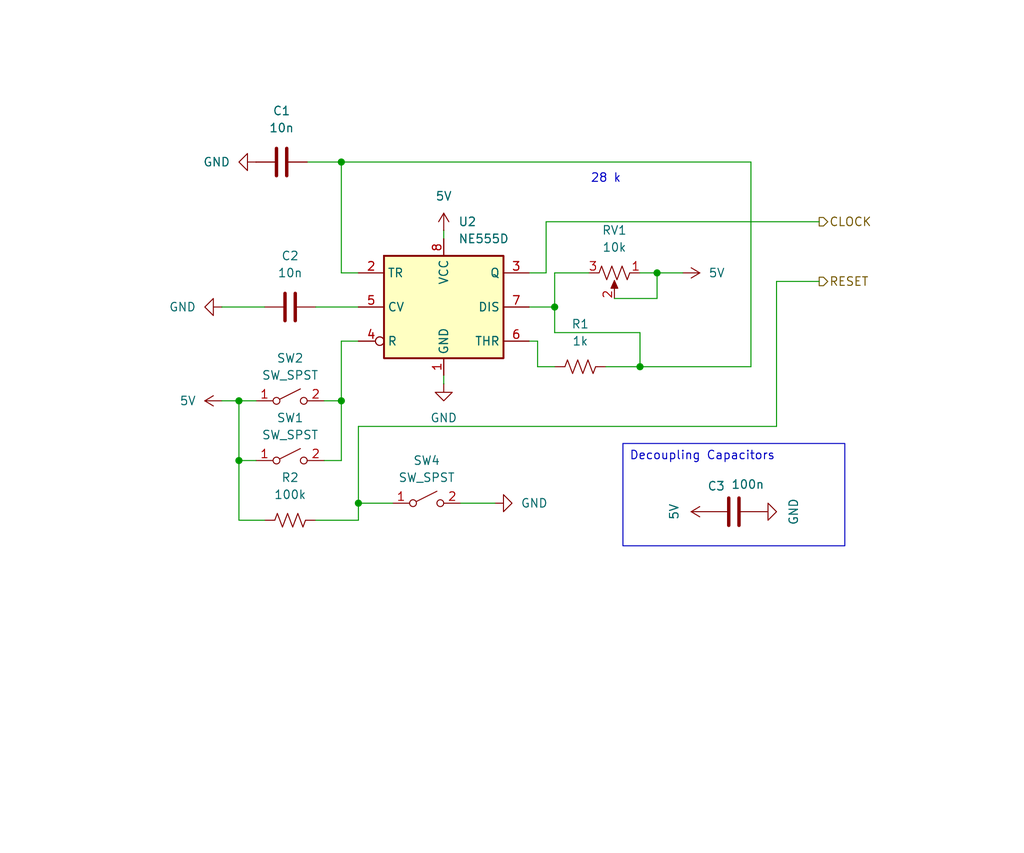
<source format=kicad_sch>
(kicad_sch
	(version 20250114)
	(generator "eeschema")
	(generator_version "9.0")
	(uuid "42c858f6-0caa-4057-9166-06d1f777cc3c")
	(paper "User" 152.4 127)
	(lib_symbols
		(symbol "Device:C"
			(pin_numbers
				(hide yes)
			)
			(pin_names
				(offset 0.254)
			)
			(exclude_from_sim no)
			(in_bom yes)
			(on_board yes)
			(property "Reference" "C"
				(at 0.635 2.54 0)
				(effects
					(font
						(size 1.27 1.27)
					)
					(justify left)
				)
			)
			(property "Value" "C"
				(at 0.635 -2.54 0)
				(effects
					(font
						(size 1.27 1.27)
					)
					(justify left)
				)
			)
			(property "Footprint" ""
				(at 0.9652 -3.81 0)
				(effects
					(font
						(size 1.27 1.27)
					)
					(hide yes)
				)
			)
			(property "Datasheet" "~"
				(at 0 0 0)
				(effects
					(font
						(size 1.27 1.27)
					)
					(hide yes)
				)
			)
			(property "Description" "Unpolarized capacitor"
				(at 0 0 0)
				(effects
					(font
						(size 1.27 1.27)
					)
					(hide yes)
				)
			)
			(property "ki_keywords" "cap capacitor"
				(at 0 0 0)
				(effects
					(font
						(size 1.27 1.27)
					)
					(hide yes)
				)
			)
			(property "ki_fp_filters" "C_*"
				(at 0 0 0)
				(effects
					(font
						(size 1.27 1.27)
					)
					(hide yes)
				)
			)
			(symbol "C_0_1"
				(polyline
					(pts
						(xy -2.032 0.762) (xy 2.032 0.762)
					)
					(stroke
						(width 0.508)
						(type default)
					)
					(fill
						(type none)
					)
				)
				(polyline
					(pts
						(xy -2.032 -0.762) (xy 2.032 -0.762)
					)
					(stroke
						(width 0.508)
						(type default)
					)
					(fill
						(type none)
					)
				)
			)
			(symbol "C_1_1"
				(pin passive line
					(at 0 3.81 270)
					(length 2.794)
					(name "~"
						(effects
							(font
								(size 1.27 1.27)
							)
						)
					)
					(number "1"
						(effects
							(font
								(size 1.27 1.27)
							)
						)
					)
				)
				(pin passive line
					(at 0 -3.81 90)
					(length 2.794)
					(name "~"
						(effects
							(font
								(size 1.27 1.27)
							)
						)
					)
					(number "2"
						(effects
							(font
								(size 1.27 1.27)
							)
						)
					)
				)
			)
			(embedded_fonts no)
		)
		(symbol "Device:R_Potentiometer_US"
			(pin_names
				(offset 1.016)
				(hide yes)
			)
			(exclude_from_sim no)
			(in_bom yes)
			(on_board yes)
			(property "Reference" "RV"
				(at -4.445 0 90)
				(effects
					(font
						(size 1.27 1.27)
					)
				)
			)
			(property "Value" "R_Potentiometer_US"
				(at -2.54 0 90)
				(effects
					(font
						(size 1.27 1.27)
					)
				)
			)
			(property "Footprint" ""
				(at 0 0 0)
				(effects
					(font
						(size 1.27 1.27)
					)
					(hide yes)
				)
			)
			(property "Datasheet" "~"
				(at 0 0 0)
				(effects
					(font
						(size 1.27 1.27)
					)
					(hide yes)
				)
			)
			(property "Description" "Potentiometer, US symbol"
				(at 0 0 0)
				(effects
					(font
						(size 1.27 1.27)
					)
					(hide yes)
				)
			)
			(property "ki_keywords" "resistor variable"
				(at 0 0 0)
				(effects
					(font
						(size 1.27 1.27)
					)
					(hide yes)
				)
			)
			(property "ki_fp_filters" "Potentiometer*"
				(at 0 0 0)
				(effects
					(font
						(size 1.27 1.27)
					)
					(hide yes)
				)
			)
			(symbol "R_Potentiometer_US_0_1"
				(polyline
					(pts
						(xy 0 2.54) (xy 0 2.286)
					)
					(stroke
						(width 0)
						(type default)
					)
					(fill
						(type none)
					)
				)
				(polyline
					(pts
						(xy 0 2.286) (xy 1.016 1.905) (xy 0 1.524) (xy -1.016 1.143) (xy 0 0.762)
					)
					(stroke
						(width 0)
						(type default)
					)
					(fill
						(type none)
					)
				)
				(polyline
					(pts
						(xy 0 0.762) (xy 1.016 0.381) (xy 0 0) (xy -1.016 -0.381) (xy 0 -0.762)
					)
					(stroke
						(width 0)
						(type default)
					)
					(fill
						(type none)
					)
				)
				(polyline
					(pts
						(xy 0 -0.762) (xy 1.016 -1.143) (xy 0 -1.524) (xy -1.016 -1.905) (xy 0 -2.286)
					)
					(stroke
						(width 0)
						(type default)
					)
					(fill
						(type none)
					)
				)
				(polyline
					(pts
						(xy 0 -2.286) (xy 0 -2.54)
					)
					(stroke
						(width 0)
						(type default)
					)
					(fill
						(type none)
					)
				)
				(polyline
					(pts
						(xy 1.143 0) (xy 2.286 0.508) (xy 2.286 -0.508) (xy 1.143 0)
					)
					(stroke
						(width 0)
						(type default)
					)
					(fill
						(type outline)
					)
				)
				(polyline
					(pts
						(xy 2.54 0) (xy 1.524 0)
					)
					(stroke
						(width 0)
						(type default)
					)
					(fill
						(type none)
					)
				)
			)
			(symbol "R_Potentiometer_US_1_1"
				(pin passive line
					(at 0 3.81 270)
					(length 1.27)
					(name "1"
						(effects
							(font
								(size 1.27 1.27)
							)
						)
					)
					(number "1"
						(effects
							(font
								(size 1.27 1.27)
							)
						)
					)
				)
				(pin passive line
					(at 0 -3.81 90)
					(length 1.27)
					(name "3"
						(effects
							(font
								(size 1.27 1.27)
							)
						)
					)
					(number "3"
						(effects
							(font
								(size 1.27 1.27)
							)
						)
					)
				)
				(pin passive line
					(at 3.81 0 180)
					(length 1.27)
					(name "2"
						(effects
							(font
								(size 1.27 1.27)
							)
						)
					)
					(number "2"
						(effects
							(font
								(size 1.27 1.27)
							)
						)
					)
				)
			)
			(embedded_fonts no)
		)
		(symbol "Device:R_US"
			(pin_numbers
				(hide yes)
			)
			(pin_names
				(offset 0)
			)
			(exclude_from_sim no)
			(in_bom yes)
			(on_board yes)
			(property "Reference" "R"
				(at 2.54 0 90)
				(effects
					(font
						(size 1.27 1.27)
					)
				)
			)
			(property "Value" "R_US"
				(at -2.54 0 90)
				(effects
					(font
						(size 1.27 1.27)
					)
				)
			)
			(property "Footprint" ""
				(at 1.016 -0.254 90)
				(effects
					(font
						(size 1.27 1.27)
					)
					(hide yes)
				)
			)
			(property "Datasheet" "~"
				(at 0 0 0)
				(effects
					(font
						(size 1.27 1.27)
					)
					(hide yes)
				)
			)
			(property "Description" "Resistor, US symbol"
				(at 0 0 0)
				(effects
					(font
						(size 1.27 1.27)
					)
					(hide yes)
				)
			)
			(property "ki_keywords" "R res resistor"
				(at 0 0 0)
				(effects
					(font
						(size 1.27 1.27)
					)
					(hide yes)
				)
			)
			(property "ki_fp_filters" "R_*"
				(at 0 0 0)
				(effects
					(font
						(size 1.27 1.27)
					)
					(hide yes)
				)
			)
			(symbol "R_US_0_1"
				(polyline
					(pts
						(xy 0 2.286) (xy 0 2.54)
					)
					(stroke
						(width 0)
						(type default)
					)
					(fill
						(type none)
					)
				)
				(polyline
					(pts
						(xy 0 2.286) (xy 1.016 1.905) (xy 0 1.524) (xy -1.016 1.143) (xy 0 0.762)
					)
					(stroke
						(width 0)
						(type default)
					)
					(fill
						(type none)
					)
				)
				(polyline
					(pts
						(xy 0 0.762) (xy 1.016 0.381) (xy 0 0) (xy -1.016 -0.381) (xy 0 -0.762)
					)
					(stroke
						(width 0)
						(type default)
					)
					(fill
						(type none)
					)
				)
				(polyline
					(pts
						(xy 0 -0.762) (xy 1.016 -1.143) (xy 0 -1.524) (xy -1.016 -1.905) (xy 0 -2.286)
					)
					(stroke
						(width 0)
						(type default)
					)
					(fill
						(type none)
					)
				)
				(polyline
					(pts
						(xy 0 -2.286) (xy 0 -2.54)
					)
					(stroke
						(width 0)
						(type default)
					)
					(fill
						(type none)
					)
				)
			)
			(symbol "R_US_1_1"
				(pin passive line
					(at 0 3.81 270)
					(length 1.27)
					(name "~"
						(effects
							(font
								(size 1.27 1.27)
							)
						)
					)
					(number "1"
						(effects
							(font
								(size 1.27 1.27)
							)
						)
					)
				)
				(pin passive line
					(at 0 -3.81 90)
					(length 1.27)
					(name "~"
						(effects
							(font
								(size 1.27 1.27)
							)
						)
					)
					(number "2"
						(effects
							(font
								(size 1.27 1.27)
							)
						)
					)
				)
			)
			(embedded_fonts no)
		)
		(symbol "Switch:SW_SPST"
			(pin_names
				(offset 0)
				(hide yes)
			)
			(exclude_from_sim no)
			(in_bom yes)
			(on_board yes)
			(property "Reference" "SW"
				(at 0 3.175 0)
				(effects
					(font
						(size 1.27 1.27)
					)
				)
			)
			(property "Value" "SW_SPST"
				(at 0 -2.54 0)
				(effects
					(font
						(size 1.27 1.27)
					)
				)
			)
			(property "Footprint" ""
				(at 0 0 0)
				(effects
					(font
						(size 1.27 1.27)
					)
					(hide yes)
				)
			)
			(property "Datasheet" "~"
				(at 0 0 0)
				(effects
					(font
						(size 1.27 1.27)
					)
					(hide yes)
				)
			)
			(property "Description" "Single Pole Single Throw (SPST) switch"
				(at 0 0 0)
				(effects
					(font
						(size 1.27 1.27)
					)
					(hide yes)
				)
			)
			(property "ki_keywords" "switch lever"
				(at 0 0 0)
				(effects
					(font
						(size 1.27 1.27)
					)
					(hide yes)
				)
			)
			(symbol "SW_SPST_0_0"
				(circle
					(center -2.032 0)
					(radius 0.508)
					(stroke
						(width 0)
						(type default)
					)
					(fill
						(type none)
					)
				)
				(polyline
					(pts
						(xy -1.524 0.254) (xy 1.524 1.778)
					)
					(stroke
						(width 0)
						(type default)
					)
					(fill
						(type none)
					)
				)
				(circle
					(center 2.032 0)
					(radius 0.508)
					(stroke
						(width 0)
						(type default)
					)
					(fill
						(type none)
					)
				)
			)
			(symbol "SW_SPST_1_1"
				(pin passive line
					(at -5.08 0 0)
					(length 2.54)
					(name "A"
						(effects
							(font
								(size 1.27 1.27)
							)
						)
					)
					(number "1"
						(effects
							(font
								(size 1.27 1.27)
							)
						)
					)
				)
				(pin passive line
					(at 5.08 0 180)
					(length 2.54)
					(name "B"
						(effects
							(font
								(size 1.27 1.27)
							)
						)
					)
					(number "2"
						(effects
							(font
								(size 1.27 1.27)
							)
						)
					)
				)
			)
			(embedded_fonts no)
		)
		(symbol "Timer:NE555D"
			(exclude_from_sim no)
			(in_bom yes)
			(on_board yes)
			(property "Reference" "U"
				(at -10.16 8.89 0)
				(effects
					(font
						(size 1.27 1.27)
					)
					(justify left)
				)
			)
			(property "Value" "NE555D"
				(at 2.54 8.89 0)
				(effects
					(font
						(size 1.27 1.27)
					)
					(justify left)
				)
			)
			(property "Footprint" "Package_SO:SOIC-8_3.9x4.9mm_P1.27mm"
				(at 21.59 -10.16 0)
				(effects
					(font
						(size 1.27 1.27)
					)
					(hide yes)
				)
			)
			(property "Datasheet" "http://www.ti.com/lit/ds/symlink/ne555.pdf"
				(at 21.59 -10.16 0)
				(effects
					(font
						(size 1.27 1.27)
					)
					(hide yes)
				)
			)
			(property "Description" "Precision Timers, 555 compatible, SOIC-8"
				(at 0 0 0)
				(effects
					(font
						(size 1.27 1.27)
					)
					(hide yes)
				)
			)
			(property "ki_keywords" "single timer 555"
				(at 0 0 0)
				(effects
					(font
						(size 1.27 1.27)
					)
					(hide yes)
				)
			)
			(property "ki_fp_filters" "SOIC*3.9x4.9mm*P1.27mm*"
				(at 0 0 0)
				(effects
					(font
						(size 1.27 1.27)
					)
					(hide yes)
				)
			)
			(symbol "NE555D_0_0"
				(pin power_in line
					(at 0 10.16 270)
					(length 2.54)
					(name "VCC"
						(effects
							(font
								(size 1.27 1.27)
							)
						)
					)
					(number "8"
						(effects
							(font
								(size 1.27 1.27)
							)
						)
					)
				)
				(pin power_in line
					(at 0 -10.16 90)
					(length 2.54)
					(name "GND"
						(effects
							(font
								(size 1.27 1.27)
							)
						)
					)
					(number "1"
						(effects
							(font
								(size 1.27 1.27)
							)
						)
					)
				)
			)
			(symbol "NE555D_0_1"
				(rectangle
					(start -8.89 -7.62)
					(end 8.89 7.62)
					(stroke
						(width 0.254)
						(type default)
					)
					(fill
						(type background)
					)
				)
				(rectangle
					(start -8.89 -7.62)
					(end 8.89 7.62)
					(stroke
						(width 0.254)
						(type default)
					)
					(fill
						(type background)
					)
				)
			)
			(symbol "NE555D_1_1"
				(pin input line
					(at -12.7 5.08 0)
					(length 3.81)
					(name "TR"
						(effects
							(font
								(size 1.27 1.27)
							)
						)
					)
					(number "2"
						(effects
							(font
								(size 1.27 1.27)
							)
						)
					)
				)
				(pin input line
					(at -12.7 0 0)
					(length 3.81)
					(name "CV"
						(effects
							(font
								(size 1.27 1.27)
							)
						)
					)
					(number "5"
						(effects
							(font
								(size 1.27 1.27)
							)
						)
					)
				)
				(pin input inverted
					(at -12.7 -5.08 0)
					(length 3.81)
					(name "R"
						(effects
							(font
								(size 1.27 1.27)
							)
						)
					)
					(number "4"
						(effects
							(font
								(size 1.27 1.27)
							)
						)
					)
				)
				(pin output line
					(at 12.7 5.08 180)
					(length 3.81)
					(name "Q"
						(effects
							(font
								(size 1.27 1.27)
							)
						)
					)
					(number "3"
						(effects
							(font
								(size 1.27 1.27)
							)
						)
					)
				)
				(pin input line
					(at 12.7 0 180)
					(length 3.81)
					(name "DIS"
						(effects
							(font
								(size 1.27 1.27)
							)
						)
					)
					(number "7"
						(effects
							(font
								(size 1.27 1.27)
							)
						)
					)
				)
				(pin input line
					(at 12.7 -5.08 180)
					(length 3.81)
					(name "THR"
						(effects
							(font
								(size 1.27 1.27)
							)
						)
					)
					(number "6"
						(effects
							(font
								(size 1.27 1.27)
							)
						)
					)
				)
			)
			(embedded_fonts no)
		)
		(symbol "power:GND"
			(power)
			(pin_numbers
				(hide yes)
			)
			(pin_names
				(offset 0)
				(hide yes)
			)
			(exclude_from_sim no)
			(in_bom yes)
			(on_board yes)
			(property "Reference" "#PWR"
				(at 0 -6.35 0)
				(effects
					(font
						(size 1.27 1.27)
					)
					(hide yes)
				)
			)
			(property "Value" "GND"
				(at 0 -3.81 0)
				(effects
					(font
						(size 1.27 1.27)
					)
				)
			)
			(property "Footprint" ""
				(at 0 0 0)
				(effects
					(font
						(size 1.27 1.27)
					)
					(hide yes)
				)
			)
			(property "Datasheet" ""
				(at 0 0 0)
				(effects
					(font
						(size 1.27 1.27)
					)
					(hide yes)
				)
			)
			(property "Description" "Power symbol creates a global label with name \"GND\" , ground"
				(at 0 0 0)
				(effects
					(font
						(size 1.27 1.27)
					)
					(hide yes)
				)
			)
			(property "ki_keywords" "global power"
				(at 0 0 0)
				(effects
					(font
						(size 1.27 1.27)
					)
					(hide yes)
				)
			)
			(symbol "GND_0_1"
				(polyline
					(pts
						(xy 0 0) (xy 0 -1.27) (xy 1.27 -1.27) (xy 0 -2.54) (xy -1.27 -1.27) (xy 0 -1.27)
					)
					(stroke
						(width 0)
						(type default)
					)
					(fill
						(type none)
					)
				)
			)
			(symbol "GND_1_1"
				(pin power_in line
					(at 0 0 270)
					(length 0)
					(name "~"
						(effects
							(font
								(size 1.27 1.27)
							)
						)
					)
					(number "1"
						(effects
							(font
								(size 1.27 1.27)
							)
						)
					)
				)
			)
			(embedded_fonts no)
		)
		(symbol "power:VCC"
			(power)
			(pin_numbers
				(hide yes)
			)
			(pin_names
				(offset 0)
				(hide yes)
			)
			(exclude_from_sim no)
			(in_bom yes)
			(on_board yes)
			(property "Reference" "#PWR"
				(at 0 -3.81 0)
				(effects
					(font
						(size 1.27 1.27)
					)
					(hide yes)
				)
			)
			(property "Value" "VCC"
				(at 0 3.556 0)
				(effects
					(font
						(size 1.27 1.27)
					)
				)
			)
			(property "Footprint" ""
				(at 0 0 0)
				(effects
					(font
						(size 1.27 1.27)
					)
					(hide yes)
				)
			)
			(property "Datasheet" ""
				(at 0 0 0)
				(effects
					(font
						(size 1.27 1.27)
					)
					(hide yes)
				)
			)
			(property "Description" "Power symbol creates a global label with name \"VCC\""
				(at 0 0 0)
				(effects
					(font
						(size 1.27 1.27)
					)
					(hide yes)
				)
			)
			(property "ki_keywords" "global power"
				(at 0 0 0)
				(effects
					(font
						(size 1.27 1.27)
					)
					(hide yes)
				)
			)
			(symbol "VCC_0_1"
				(polyline
					(pts
						(xy -0.762 1.27) (xy 0 2.54)
					)
					(stroke
						(width 0)
						(type default)
					)
					(fill
						(type none)
					)
				)
				(polyline
					(pts
						(xy 0 2.54) (xy 0.762 1.27)
					)
					(stroke
						(width 0)
						(type default)
					)
					(fill
						(type none)
					)
				)
				(polyline
					(pts
						(xy 0 0) (xy 0 2.54)
					)
					(stroke
						(width 0)
						(type default)
					)
					(fill
						(type none)
					)
				)
			)
			(symbol "VCC_1_1"
				(pin power_in line
					(at 0 0 90)
					(length 0)
					(name "~"
						(effects
							(font
								(size 1.27 1.27)
							)
						)
					)
					(number "1"
						(effects
							(font
								(size 1.27 1.27)
							)
						)
					)
				)
			)
			(embedded_fonts no)
		)
	)
	(text "28 k"
		(exclude_from_sim no)
		(at 90.17 26.67 0)
		(effects
			(font
				(size 1.27 1.27)
			)
		)
		(uuid "e08f9ae3-c34d-4c56-a99c-3496d324285b")
	)
	(text_box "Decoupling Capacitors\n"
		(exclude_from_sim no)
		(at 92.71 66.04 0)
		(size 33.02 15.24)
		(margins 0.9525 0.9525 0.9525 0.9525)
		(stroke
			(width 0)
			(type solid)
		)
		(fill
			(type none)
		)
		(effects
			(font
				(size 1.27 1.27)
			)
			(justify left top)
		)
		(uuid "8010c25d-fd99-44c3-9ec5-831cf139e489")
	)
	(junction
		(at 97.79 40.64)
		(diameter 0)
		(color 0 0 0 0)
		(uuid "397f62f5-7a7a-4ea2-a45f-4cb0a49be708")
	)
	(junction
		(at 50.8 24.13)
		(diameter 0)
		(color 0 0 0 0)
		(uuid "6a3ea276-dbe8-421c-a020-ab65f228dbbb")
	)
	(junction
		(at 53.34 74.93)
		(diameter 0)
		(color 0 0 0 0)
		(uuid "7649099f-c80c-4f6f-b40e-26b1994d8ff2")
	)
	(junction
		(at 50.8 59.69)
		(diameter 0)
		(color 0 0 0 0)
		(uuid "8566fa33-1c14-48a8-85b0-dfb3cdcd6dfd")
	)
	(junction
		(at 35.56 59.69)
		(diameter 0)
		(color 0 0 0 0)
		(uuid "d82d1186-e1be-4c25-8d24-24fd0eff09db")
	)
	(junction
		(at 95.25 54.61)
		(diameter 0)
		(color 0 0 0 0)
		(uuid "efac9f6a-c9e5-42f5-b820-bc3d6d6d2afb")
	)
	(junction
		(at 35.56 68.58)
		(diameter 0)
		(color 0 0 0 0)
		(uuid "f0534fc6-a870-48a8-88f8-4e21db488cff")
	)
	(junction
		(at 82.55 45.72)
		(diameter 0)
		(color 0 0 0 0)
		(uuid "ffec89cd-452c-42e4-a62e-6cab507e7395")
	)
	(wire
		(pts
			(xy 66.04 55.88) (xy 66.04 57.15)
		)
		(stroke
			(width 0)
			(type default)
		)
		(uuid "07072b42-ac72-4361-9e43-ffa831f7a5a8")
	)
	(wire
		(pts
			(xy 33.02 59.69) (xy 35.56 59.69)
		)
		(stroke
			(width 0)
			(type default)
		)
		(uuid "07929c10-ff30-4b4c-a918-d3d57758d562")
	)
	(wire
		(pts
			(xy 35.56 77.47) (xy 39.37 77.47)
		)
		(stroke
			(width 0)
			(type default)
		)
		(uuid "1268571e-5ae8-47f8-a184-702aeb2081e8")
	)
	(wire
		(pts
			(xy 81.28 33.02) (xy 81.28 40.64)
		)
		(stroke
			(width 0)
			(type default)
		)
		(uuid "1a35dfd7-918f-4c80-8106-6873b46247e0")
	)
	(wire
		(pts
			(xy 95.25 54.61) (xy 111.76 54.61)
		)
		(stroke
			(width 0)
			(type default)
		)
		(uuid "1bee3f56-e478-44e2-a145-4223af3b407b")
	)
	(wire
		(pts
			(xy 90.17 54.61) (xy 95.25 54.61)
		)
		(stroke
			(width 0)
			(type default)
		)
		(uuid "23acf1f8-8628-4a19-8ac4-39ea44f2f70b")
	)
	(wire
		(pts
			(xy 35.56 59.69) (xy 38.1 59.69)
		)
		(stroke
			(width 0)
			(type default)
		)
		(uuid "24c5b7c8-c60d-4713-bfd7-66bae6df4509")
	)
	(wire
		(pts
			(xy 80.01 54.61) (xy 82.55 54.61)
		)
		(stroke
			(width 0)
			(type default)
		)
		(uuid "34f16cb1-42d8-484c-91fc-707846baea8a")
	)
	(wire
		(pts
			(xy 46.99 45.72) (xy 53.34 45.72)
		)
		(stroke
			(width 0)
			(type default)
		)
		(uuid "350b4466-e261-4aa7-b876-7327c029ea61")
	)
	(wire
		(pts
			(xy 95.25 49.53) (xy 82.55 49.53)
		)
		(stroke
			(width 0)
			(type default)
		)
		(uuid "39f9a720-8879-4385-a406-87ec6b378989")
	)
	(wire
		(pts
			(xy 53.34 63.5) (xy 115.57 63.5)
		)
		(stroke
			(width 0)
			(type default)
		)
		(uuid "3a49c99d-02f3-4e76-b510-80db7b90e0bf")
	)
	(wire
		(pts
			(xy 50.8 50.8) (xy 50.8 59.69)
		)
		(stroke
			(width 0)
			(type default)
		)
		(uuid "3db2939b-b703-4e4e-8f38-44eb24140c2f")
	)
	(wire
		(pts
			(xy 95.25 54.61) (xy 95.25 49.53)
		)
		(stroke
			(width 0)
			(type default)
		)
		(uuid "42cc1632-295f-4bab-acc0-6548f6e01cdd")
	)
	(wire
		(pts
			(xy 82.55 45.72) (xy 78.74 45.72)
		)
		(stroke
			(width 0)
			(type default)
		)
		(uuid "4dceabce-66d0-4164-a8e0-23711d4ac025")
	)
	(wire
		(pts
			(xy 82.55 40.64) (xy 82.55 45.72)
		)
		(stroke
			(width 0)
			(type default)
		)
		(uuid "518a5231-2d48-4fcb-b054-666349f1b385")
	)
	(wire
		(pts
			(xy 111.76 54.61) (xy 111.76 24.13)
		)
		(stroke
			(width 0)
			(type default)
		)
		(uuid "55732058-0b2f-487a-a895-67cf0b99dc66")
	)
	(wire
		(pts
			(xy 35.56 68.58) (xy 35.56 77.47)
		)
		(stroke
			(width 0)
			(type default)
		)
		(uuid "64ff9d90-01bb-4eb3-84fc-f0bb92f2c1e9")
	)
	(wire
		(pts
			(xy 35.56 68.58) (xy 38.1 68.58)
		)
		(stroke
			(width 0)
			(type default)
		)
		(uuid "6aa5ae57-d22a-4338-8efa-660370991f2c")
	)
	(wire
		(pts
			(xy 33.02 45.72) (xy 39.37 45.72)
		)
		(stroke
			(width 0)
			(type default)
		)
		(uuid "7f08255c-d2b8-4f8a-b0ff-3d64c592d2b2")
	)
	(wire
		(pts
			(xy 78.74 40.64) (xy 81.28 40.64)
		)
		(stroke
			(width 0)
			(type default)
		)
		(uuid "85878f43-048c-4b52-8369-b78381a08356")
	)
	(wire
		(pts
			(xy 66.04 34.29) (xy 66.04 35.56)
		)
		(stroke
			(width 0)
			(type default)
		)
		(uuid "86685987-e855-466a-b6d9-6615e906a417")
	)
	(wire
		(pts
			(xy 97.79 40.64) (xy 101.6 40.64)
		)
		(stroke
			(width 0)
			(type default)
		)
		(uuid "8763a446-e59a-4f77-ac25-6fc8ff308601")
	)
	(wire
		(pts
			(xy 82.55 49.53) (xy 82.55 45.72)
		)
		(stroke
			(width 0)
			(type default)
		)
		(uuid "8d037894-61cd-4cc1-a492-5d2a55b4b01a")
	)
	(wire
		(pts
			(xy 95.25 40.64) (xy 97.79 40.64)
		)
		(stroke
			(width 0)
			(type default)
		)
		(uuid "8dbc612b-3bf0-40a8-aa34-4b086ff6a991")
	)
	(wire
		(pts
			(xy 50.8 24.13) (xy 111.76 24.13)
		)
		(stroke
			(width 0)
			(type default)
		)
		(uuid "903bf44d-3dca-485c-b90f-2ead8e8cdbbe")
	)
	(wire
		(pts
			(xy 91.44 44.45) (xy 97.79 44.45)
		)
		(stroke
			(width 0)
			(type default)
		)
		(uuid "90eabb7d-7662-4dcb-8a8c-75c607134a3d")
	)
	(wire
		(pts
			(xy 46.99 77.47) (xy 53.34 77.47)
		)
		(stroke
			(width 0)
			(type default)
		)
		(uuid "91d279e8-8345-4b42-bdaa-850b99fad073")
	)
	(wire
		(pts
			(xy 53.34 74.93) (xy 58.42 74.93)
		)
		(stroke
			(width 0)
			(type default)
		)
		(uuid "9edf2337-07b8-4c15-ac05-aff6aea9fcff")
	)
	(wire
		(pts
			(xy 53.34 63.5) (xy 53.34 74.93)
		)
		(stroke
			(width 0)
			(type default)
		)
		(uuid "a1a5464c-eec8-44cd-a6f2-89740b02dcdb")
	)
	(wire
		(pts
			(xy 50.8 68.58) (xy 50.8 59.69)
		)
		(stroke
			(width 0)
			(type default)
		)
		(uuid "a52b2a95-0db9-4827-96e9-278938563d1e")
	)
	(wire
		(pts
			(xy 68.58 74.93) (xy 73.66 74.93)
		)
		(stroke
			(width 0)
			(type default)
		)
		(uuid "b658723c-65e4-48e7-8d67-169c9e746be9")
	)
	(wire
		(pts
			(xy 80.01 50.8) (xy 80.01 54.61)
		)
		(stroke
			(width 0)
			(type default)
		)
		(uuid "b6ebdae8-37bc-4457-9757-9eb62aef8d97")
	)
	(wire
		(pts
			(xy 50.8 40.64) (xy 53.34 40.64)
		)
		(stroke
			(width 0)
			(type default)
		)
		(uuid "cec541ab-a1e3-4dcf-9e87-0670209163f5")
	)
	(wire
		(pts
			(xy 81.28 33.02) (xy 121.92 33.02)
		)
		(stroke
			(width 0)
			(type default)
		)
		(uuid "cef22b5f-c905-4194-89d5-f7d971a2e238")
	)
	(wire
		(pts
			(xy 50.8 40.64) (xy 50.8 24.13)
		)
		(stroke
			(width 0)
			(type default)
		)
		(uuid "cffd3e50-4e2f-41d5-9299-7aa6a42fa076")
	)
	(wire
		(pts
			(xy 78.74 50.8) (xy 80.01 50.8)
		)
		(stroke
			(width 0)
			(type default)
		)
		(uuid "d24fcdaf-af7d-49d5-b18a-0946d628ec61")
	)
	(wire
		(pts
			(xy 115.57 63.5) (xy 115.57 41.91)
		)
		(stroke
			(width 0)
			(type default)
		)
		(uuid "d3ec3b47-1012-4e58-961e-497b212d0d9d")
	)
	(wire
		(pts
			(xy 115.57 41.91) (xy 121.92 41.91)
		)
		(stroke
			(width 0)
			(type default)
		)
		(uuid "d48dd687-1fdb-45e8-9fae-75767b289b07")
	)
	(wire
		(pts
			(xy 97.79 40.64) (xy 97.79 44.45)
		)
		(stroke
			(width 0)
			(type default)
		)
		(uuid "d58422ae-428f-4214-9611-0594565abdb7")
	)
	(wire
		(pts
			(xy 45.72 24.13) (xy 50.8 24.13)
		)
		(stroke
			(width 0)
			(type default)
		)
		(uuid "d7a3bd1c-42aa-4cfc-8398-5ab4175055ce")
	)
	(wire
		(pts
			(xy 48.26 68.58) (xy 50.8 68.58)
		)
		(stroke
			(width 0)
			(type default)
		)
		(uuid "e2e6458d-2d94-49d5-8f5d-bb0ca0a5de59")
	)
	(wire
		(pts
			(xy 48.26 59.69) (xy 50.8 59.69)
		)
		(stroke
			(width 0)
			(type default)
		)
		(uuid "e9f6cf90-41fe-472d-8aca-b81f2213c610")
	)
	(wire
		(pts
			(xy 53.34 74.93) (xy 53.34 77.47)
		)
		(stroke
			(width 0)
			(type default)
		)
		(uuid "eab4b20d-000a-4dbd-b5e1-46504f8004a1")
	)
	(wire
		(pts
			(xy 82.55 40.64) (xy 87.63 40.64)
		)
		(stroke
			(width 0)
			(type default)
		)
		(uuid "ef68eeca-7061-4f2f-b679-a87dceefcaf1")
	)
	(wire
		(pts
			(xy 35.56 59.69) (xy 35.56 68.58)
		)
		(stroke
			(width 0)
			(type default)
		)
		(uuid "fae56abf-ef00-45a9-aa01-43eef1d3a55b")
	)
	(wire
		(pts
			(xy 53.34 50.8) (xy 50.8 50.8)
		)
		(stroke
			(width 0)
			(type default)
		)
		(uuid "ffcf562c-4823-455a-a149-6c920b4469c0")
	)
	(hierarchical_label "CLOCK"
		(shape output)
		(at 121.92 33.02 0)
		(effects
			(font
				(size 1.27 1.27)
			)
			(justify left)
		)
		(uuid "776ca058-6d84-4754-9159-90a0e96e81da")
	)
	(hierarchical_label "RESET"
		(shape output)
		(at 121.92 41.91 0)
		(effects
			(font
				(size 1.27 1.27)
			)
			(justify left)
		)
		(uuid "c1d01773-647e-41fa-8d02-ed342538c477")
	)
	(symbol
		(lib_id "Device:C")
		(at 43.18 45.72 90)
		(unit 1)
		(exclude_from_sim no)
		(in_bom yes)
		(on_board yes)
		(dnp no)
		(fields_autoplaced yes)
		(uuid "17d4e292-cce8-4521-9666-e3397be0d226")
		(property "Reference" "C2"
			(at 43.18 38.1 90)
			(effects
				(font
					(size 1.27 1.27)
				)
			)
		)
		(property "Value" "10n"
			(at 43.18 40.64 90)
			(effects
				(font
					(size 1.27 1.27)
				)
			)
		)
		(property "Footprint" "Capacitor_SMD:C_0603_1608Metric"
			(at 46.99 44.7548 0)
			(effects
				(font
					(size 1.27 1.27)
				)
				(hide yes)
			)
		)
		(property "Datasheet" "~"
			(at 43.18 45.72 0)
			(effects
				(font
					(size 1.27 1.27)
				)
				(hide yes)
			)
		)
		(property "Description" "Unpolarized capacitor"
			(at 43.18 45.72 0)
			(effects
				(font
					(size 1.27 1.27)
				)
				(hide yes)
			)
		)
		(pin "2"
			(uuid "1c6aeed9-b301-4341-afbf-21ec683630a3")
		)
		(pin "1"
			(uuid "67461bcd-f140-40ea-8c1a-2a065577837f")
		)
		(instances
			(project "board"
				(path "/b7e46b49-ef9f-4f28-8032-5d189d1635e8/54125375-855e-441b-804b-5df8c1e95e85"
					(reference "C2")
					(unit 1)
				)
			)
		)
	)
	(symbol
		(lib_id "Switch:SW_SPST")
		(at 63.5 74.93 0)
		(unit 1)
		(exclude_from_sim no)
		(in_bom yes)
		(on_board yes)
		(dnp no)
		(fields_autoplaced yes)
		(uuid "27a94ac9-87df-41e4-8cd3-3461a9a7df3d")
		(property "Reference" "SW4"
			(at 63.5 68.58 0)
			(effects
				(font
					(size 1.27 1.27)
				)
			)
		)
		(property "Value" "SW_SPST"
			(at 63.5 71.12 0)
			(effects
				(font
					(size 1.27 1.27)
				)
			)
		)
		(property "Footprint" "Button_Switch_THT:SW_PUSH_6mm_H4.3mm"
			(at 63.5 74.93 0)
			(effects
				(font
					(size 1.27 1.27)
				)
				(hide yes)
			)
		)
		(property "Datasheet" "~"
			(at 63.5 74.93 0)
			(effects
				(font
					(size 1.27 1.27)
				)
				(hide yes)
			)
		)
		(property "Description" "Single Pole Single Throw (SPST) switch"
			(at 63.5 74.93 0)
			(effects
				(font
					(size 1.27 1.27)
				)
				(hide yes)
			)
		)
		(pin "1"
			(uuid "571acb3d-fa70-4479-a357-aacf933d598b")
		)
		(pin "2"
			(uuid "f4c4675f-b7f9-4595-9437-c71a98b52f5a")
		)
		(instances
			(project "board"
				(path "/b7e46b49-ef9f-4f28-8032-5d189d1635e8/54125375-855e-441b-804b-5df8c1e95e85"
					(reference "SW4")
					(unit 1)
				)
			)
		)
	)
	(symbol
		(lib_id "power:GND")
		(at 66.04 57.15 0)
		(unit 1)
		(exclude_from_sim no)
		(in_bom yes)
		(on_board yes)
		(dnp no)
		(fields_autoplaced yes)
		(uuid "28c6e49a-1e44-4bcd-90dd-16967c749b5f")
		(property "Reference" "#PWR011"
			(at 66.04 63.5 0)
			(effects
				(font
					(size 1.27 1.27)
				)
				(hide yes)
			)
		)
		(property "Value" "GND"
			(at 66.04 62.23 0)
			(effects
				(font
					(size 1.27 1.27)
				)
			)
		)
		(property "Footprint" ""
			(at 66.04 57.15 0)
			(effects
				(font
					(size 1.27 1.27)
				)
				(hide yes)
			)
		)
		(property "Datasheet" ""
			(at 66.04 57.15 0)
			(effects
				(font
					(size 1.27 1.27)
				)
				(hide yes)
			)
		)
		(property "Description" "Power symbol creates a global label with name \"GND\" , ground"
			(at 66.04 57.15 0)
			(effects
				(font
					(size 1.27 1.27)
				)
				(hide yes)
			)
		)
		(pin "1"
			(uuid "831a7d63-2e47-4376-ba71-3d4c2d1e8c81")
		)
		(instances
			(project "board"
				(path "/b7e46b49-ef9f-4f28-8032-5d189d1635e8/54125375-855e-441b-804b-5df8c1e95e85"
					(reference "#PWR011")
					(unit 1)
				)
			)
		)
	)
	(symbol
		(lib_id "Switch:SW_SPST")
		(at 43.18 68.58 0)
		(unit 1)
		(exclude_from_sim no)
		(in_bom yes)
		(on_board yes)
		(dnp no)
		(fields_autoplaced yes)
		(uuid "28c7fd69-2fea-4c76-873c-199e2c1d6763")
		(property "Reference" "SW1"
			(at 43.18 62.23 0)
			(effects
				(font
					(size 1.27 1.27)
				)
			)
		)
		(property "Value" "SW_SPST"
			(at 43.18 64.77 0)
			(effects
				(font
					(size 1.27 1.27)
				)
			)
		)
		(property "Footprint" "Button_Switch_THT:SW_PUSH_6mm_H4.3mm"
			(at 43.18 68.58 0)
			(effects
				(font
					(size 1.27 1.27)
				)
				(hide yes)
			)
		)
		(property "Datasheet" "~"
			(at 43.18 68.58 0)
			(effects
				(font
					(size 1.27 1.27)
				)
				(hide yes)
			)
		)
		(property "Description" "Single Pole Single Throw (SPST) switch"
			(at 43.18 68.58 0)
			(effects
				(font
					(size 1.27 1.27)
				)
				(hide yes)
			)
		)
		(pin "1"
			(uuid "cdac142b-dd38-459b-9f5e-a93794a12044")
		)
		(pin "2"
			(uuid "159be754-e192-409f-83b7-1c2a2c3e54df")
		)
		(instances
			(project "board"
				(path "/b7e46b49-ef9f-4f28-8032-5d189d1635e8/54125375-855e-441b-804b-5df8c1e95e85"
					(reference "SW1")
					(unit 1)
				)
			)
		)
	)
	(symbol
		(lib_id "Device:C")
		(at 109.22 76.2 90)
		(unit 1)
		(exclude_from_sim no)
		(in_bom yes)
		(on_board yes)
		(dnp no)
		(uuid "3dee926d-9efe-4aff-857e-5c302f23aa1b")
		(property "Reference" "C3"
			(at 107.9499 72.39 90)
			(effects
				(font
					(size 1.27 1.27)
				)
				(justify left)
			)
		)
		(property "Value" "100n"
			(at 113.792 72.136 90)
			(effects
				(font
					(size 1.27 1.27)
				)
				(justify left)
			)
		)
		(property "Footprint" "Capacitor_SMD:C_0603_1608Metric"
			(at 113.03 75.2348 0)
			(effects
				(font
					(size 1.27 1.27)
				)
				(hide yes)
			)
		)
		(property "Datasheet" "~"
			(at 109.22 76.2 0)
			(effects
				(font
					(size 1.27 1.27)
				)
				(hide yes)
			)
		)
		(property "Description" "Unpolarized capacitor"
			(at 109.22 76.2 0)
			(effects
				(font
					(size 1.27 1.27)
				)
				(hide yes)
			)
		)
		(pin "2"
			(uuid "96982008-ac2a-4ac0-b5c4-f87f3e92e827")
		)
		(pin "1"
			(uuid "8c8b475e-b607-46da-b3f3-151c1c414cdc")
		)
		(instances
			(project "board"
				(path "/b7e46b49-ef9f-4f28-8032-5d189d1635e8/54125375-855e-441b-804b-5df8c1e95e85"
					(reference "C3")
					(unit 1)
				)
			)
		)
	)
	(symbol
		(lib_id "Device:R_US")
		(at 86.36 54.61 270)
		(unit 1)
		(exclude_from_sim no)
		(in_bom yes)
		(on_board yes)
		(dnp no)
		(fields_autoplaced yes)
		(uuid "3f9cd1db-04f5-4ede-95fa-d0ad6e483cdd")
		(property "Reference" "R1"
			(at 86.36 48.26 90)
			(effects
				(font
					(size 1.27 1.27)
				)
			)
		)
		(property "Value" "1k"
			(at 86.36 50.8 90)
			(effects
				(font
					(size 1.27 1.27)
				)
			)
		)
		(property "Footprint" "Resistor_SMD:R_0603_1608Metric"
			(at 86.106 55.626 90)
			(effects
				(font
					(size 1.27 1.27)
				)
				(hide yes)
			)
		)
		(property "Datasheet" "~"
			(at 86.36 54.61 0)
			(effects
				(font
					(size 1.27 1.27)
				)
				(hide yes)
			)
		)
		(property "Description" "Resistor, US symbol"
			(at 86.36 54.61 0)
			(effects
				(font
					(size 1.27 1.27)
				)
				(hide yes)
			)
		)
		(pin "1"
			(uuid "52877fc2-d659-46d7-a5d7-ddb57377ac2c")
		)
		(pin "2"
			(uuid "6a0758f5-f975-445e-af99-1428f331c43c")
		)
		(instances
			(project "board"
				(path "/b7e46b49-ef9f-4f28-8032-5d189d1635e8/54125375-855e-441b-804b-5df8c1e95e85"
					(reference "R1")
					(unit 1)
				)
			)
		)
	)
	(symbol
		(lib_id "power:GND")
		(at 73.66 74.93 90)
		(unit 1)
		(exclude_from_sim no)
		(in_bom yes)
		(on_board yes)
		(dnp no)
		(fields_autoplaced yes)
		(uuid "437e0deb-39d6-489e-819f-027d37e8cc1f")
		(property "Reference" "#PWR014"
			(at 80.01 74.93 0)
			(effects
				(font
					(size 1.27 1.27)
				)
				(hide yes)
			)
		)
		(property "Value" "GND"
			(at 77.47 74.9299 90)
			(effects
				(font
					(size 1.27 1.27)
				)
				(justify right)
			)
		)
		(property "Footprint" ""
			(at 73.66 74.93 0)
			(effects
				(font
					(size 1.27 1.27)
				)
				(hide yes)
			)
		)
		(property "Datasheet" ""
			(at 73.66 74.93 0)
			(effects
				(font
					(size 1.27 1.27)
				)
				(hide yes)
			)
		)
		(property "Description" "Power symbol creates a global label with name \"GND\" , ground"
			(at 73.66 74.93 0)
			(effects
				(font
					(size 1.27 1.27)
				)
				(hide yes)
			)
		)
		(pin "1"
			(uuid "67402e07-7595-426a-a74e-f2d20b0637a0")
		)
		(instances
			(project "board"
				(path "/b7e46b49-ef9f-4f28-8032-5d189d1635e8/54125375-855e-441b-804b-5df8c1e95e85"
					(reference "#PWR014")
					(unit 1)
				)
			)
		)
	)
	(symbol
		(lib_id "power:VCC")
		(at 33.02 59.69 90)
		(unit 1)
		(exclude_from_sim no)
		(in_bom yes)
		(on_board yes)
		(dnp no)
		(fields_autoplaced yes)
		(uuid "45415cc9-bd2e-4f93-9a7d-825066aa8d63")
		(property "Reference" "#PWR026"
			(at 36.83 59.69 0)
			(effects
				(font
					(size 1.27 1.27)
				)
				(hide yes)
			)
		)
		(property "Value" "5V"
			(at 29.21 59.6899 90)
			(effects
				(font
					(size 1.27 1.27)
				)
				(justify left)
			)
		)
		(property "Footprint" ""
			(at 33.02 59.69 0)
			(effects
				(font
					(size 1.27 1.27)
				)
				(hide yes)
			)
		)
		(property "Datasheet" ""
			(at 33.02 59.69 0)
			(effects
				(font
					(size 1.27 1.27)
				)
				(hide yes)
			)
		)
		(property "Description" "Power symbol creates a global label with name \"VCC\""
			(at 33.02 59.69 0)
			(effects
				(font
					(size 1.27 1.27)
				)
				(hide yes)
			)
		)
		(pin "1"
			(uuid "cbc36e9b-8c97-4863-8c39-e5c68e5b8e05")
		)
		(instances
			(project "board"
				(path "/b7e46b49-ef9f-4f28-8032-5d189d1635e8/54125375-855e-441b-804b-5df8c1e95e85"
					(reference "#PWR026")
					(unit 1)
				)
			)
		)
	)
	(symbol
		(lib_id "power:VCC")
		(at 101.6 40.64 270)
		(unit 1)
		(exclude_from_sim no)
		(in_bom yes)
		(on_board yes)
		(dnp no)
		(fields_autoplaced yes)
		(uuid "5a75fa2f-faa9-43c0-b08c-f0518f9c67d0")
		(property "Reference" "#PWR027"
			(at 97.79 40.64 0)
			(effects
				(font
					(size 1.27 1.27)
				)
				(hide yes)
			)
		)
		(property "Value" "5V"
			(at 105.41 40.6399 90)
			(effects
				(font
					(size 1.27 1.27)
				)
				(justify left)
			)
		)
		(property "Footprint" ""
			(at 101.6 40.64 0)
			(effects
				(font
					(size 1.27 1.27)
				)
				(hide yes)
			)
		)
		(property "Datasheet" ""
			(at 101.6 40.64 0)
			(effects
				(font
					(size 1.27 1.27)
				)
				(hide yes)
			)
		)
		(property "Description" "Power symbol creates a global label with name \"VCC\""
			(at 101.6 40.64 0)
			(effects
				(font
					(size 1.27 1.27)
				)
				(hide yes)
			)
		)
		(pin "1"
			(uuid "331d4dbd-c2b7-4c45-af34-e914217050e7")
		)
		(instances
			(project "board"
				(path "/b7e46b49-ef9f-4f28-8032-5d189d1635e8/54125375-855e-441b-804b-5df8c1e95e85"
					(reference "#PWR027")
					(unit 1)
				)
			)
		)
	)
	(symbol
		(lib_id "power:GND")
		(at 33.02 45.72 270)
		(unit 1)
		(exclude_from_sim no)
		(in_bom yes)
		(on_board yes)
		(dnp no)
		(fields_autoplaced yes)
		(uuid "623516d6-cb15-4a52-bc4e-d3c15b8905c9")
		(property "Reference" "#PWR013"
			(at 26.67 45.72 0)
			(effects
				(font
					(size 1.27 1.27)
				)
				(hide yes)
			)
		)
		(property "Value" "GND"
			(at 29.21 45.7199 90)
			(effects
				(font
					(size 1.27 1.27)
				)
				(justify right)
			)
		)
		(property "Footprint" ""
			(at 33.02 45.72 0)
			(effects
				(font
					(size 1.27 1.27)
				)
				(hide yes)
			)
		)
		(property "Datasheet" ""
			(at 33.02 45.72 0)
			(effects
				(font
					(size 1.27 1.27)
				)
				(hide yes)
			)
		)
		(property "Description" "Power symbol creates a global label with name \"GND\" , ground"
			(at 33.02 45.72 0)
			(effects
				(font
					(size 1.27 1.27)
				)
				(hide yes)
			)
		)
		(pin "1"
			(uuid "1ed0c954-6b6b-4208-be96-65f23e1c6d10")
		)
		(instances
			(project "board"
				(path "/b7e46b49-ef9f-4f28-8032-5d189d1635e8/54125375-855e-441b-804b-5df8c1e95e85"
					(reference "#PWR013")
					(unit 1)
				)
			)
		)
	)
	(symbol
		(lib_id "power:GND")
		(at 113.03 76.2 90)
		(unit 1)
		(exclude_from_sim no)
		(in_bom yes)
		(on_board yes)
		(dnp no)
		(fields_autoplaced yes)
		(uuid "6c6f2174-426f-4a9b-b9ec-12a0b166c2b1")
		(property "Reference" "#PWR010"
			(at 119.38 76.2 0)
			(effects
				(font
					(size 1.27 1.27)
				)
				(hide yes)
			)
		)
		(property "Value" "GND"
			(at 118.11 76.2 0)
			(effects
				(font
					(size 1.27 1.27)
				)
			)
		)
		(property "Footprint" ""
			(at 113.03 76.2 0)
			(effects
				(font
					(size 1.27 1.27)
				)
				(hide yes)
			)
		)
		(property "Datasheet" ""
			(at 113.03 76.2 0)
			(effects
				(font
					(size 1.27 1.27)
				)
				(hide yes)
			)
		)
		(property "Description" "Power symbol creates a global label with name \"GND\" , ground"
			(at 113.03 76.2 0)
			(effects
				(font
					(size 1.27 1.27)
				)
				(hide yes)
			)
		)
		(pin "1"
			(uuid "48d1c29b-058a-4bcb-8738-7254e0bf1046")
		)
		(instances
			(project "board"
				(path "/b7e46b49-ef9f-4f28-8032-5d189d1635e8/54125375-855e-441b-804b-5df8c1e95e85"
					(reference "#PWR010")
					(unit 1)
				)
			)
		)
	)
	(symbol
		(lib_id "Device:R_Potentiometer_US")
		(at 91.44 40.64 270)
		(unit 1)
		(exclude_from_sim no)
		(in_bom yes)
		(on_board yes)
		(dnp no)
		(fields_autoplaced yes)
		(uuid "701e0f44-68d9-4875-bd99-b53621aedb41")
		(property "Reference" "RV1"
			(at 91.44 34.29 90)
			(effects
				(font
					(size 1.27 1.27)
				)
			)
		)
		(property "Value" "10k"
			(at 91.44 36.83 90)
			(effects
				(font
					(size 1.27 1.27)
				)
			)
		)
		(property "Footprint" "Potentiometer_THT:Potentiometer_Piher_PT-6-V_Vertical"
			(at 91.44 40.64 0)
			(effects
				(font
					(size 1.27 1.27)
				)
				(hide yes)
			)
		)
		(property "Datasheet" "~"
			(at 91.44 40.64 0)
			(effects
				(font
					(size 1.27 1.27)
				)
				(hide yes)
			)
		)
		(property "Description" "Potentiometer, US symbol"
			(at 91.44 40.64 0)
			(effects
				(font
					(size 1.27 1.27)
				)
				(hide yes)
			)
		)
		(pin "3"
			(uuid "5e2efaa4-90d0-41cd-bc09-da94437b3624")
		)
		(pin "1"
			(uuid "f06446a2-4910-4d46-9bd5-3825503a4b41")
		)
		(pin "2"
			(uuid "176a9568-67ce-42db-9722-ca6c4f8987dc")
		)
		(instances
			(project "board"
				(path "/b7e46b49-ef9f-4f28-8032-5d189d1635e8/54125375-855e-441b-804b-5df8c1e95e85"
					(reference "RV1")
					(unit 1)
				)
			)
		)
	)
	(symbol
		(lib_id "Switch:SW_SPST")
		(at 43.18 59.69 0)
		(unit 1)
		(exclude_from_sim no)
		(in_bom yes)
		(on_board yes)
		(dnp no)
		(fields_autoplaced yes)
		(uuid "8320521c-646b-417a-8c85-f4161d61f57d")
		(property "Reference" "SW2"
			(at 43.18 53.34 0)
			(effects
				(font
					(size 1.27 1.27)
				)
			)
		)
		(property "Value" "SW_SPST"
			(at 43.18 55.88 0)
			(effects
				(font
					(size 1.27 1.27)
				)
			)
		)
		(property "Footprint" "Button_Switch_THT:SW_PUSH_6mm_H4.3mm"
			(at 43.18 59.69 0)
			(effects
				(font
					(size 1.27 1.27)
				)
				(hide yes)
			)
		)
		(property "Datasheet" "~"
			(at 43.18 59.69 0)
			(effects
				(font
					(size 1.27 1.27)
				)
				(hide yes)
			)
		)
		(property "Description" "Single Pole Single Throw (SPST) switch"
			(at 43.18 59.69 0)
			(effects
				(font
					(size 1.27 1.27)
				)
				(hide yes)
			)
		)
		(pin "2"
			(uuid "f5891ee0-cb80-4072-98a0-6b597d71faf2")
		)
		(pin "1"
			(uuid "c4050ca7-8978-408a-998c-67aec87841ca")
		)
		(instances
			(project "board"
				(path "/b7e46b49-ef9f-4f28-8032-5d189d1635e8/54125375-855e-441b-804b-5df8c1e95e85"
					(reference "SW2")
					(unit 1)
				)
			)
		)
	)
	(symbol
		(lib_id "Timer:NE555D")
		(at 66.04 45.72 0)
		(unit 1)
		(exclude_from_sim no)
		(in_bom yes)
		(on_board yes)
		(dnp no)
		(fields_autoplaced yes)
		(uuid "9695ed22-02e4-406f-8b5f-a227a987f443")
		(property "Reference" "U2"
			(at 68.1833 33.02 0)
			(effects
				(font
					(size 1.27 1.27)
				)
				(justify left)
			)
		)
		(property "Value" "NE555D"
			(at 68.1833 35.56 0)
			(effects
				(font
					(size 1.27 1.27)
				)
				(justify left)
			)
		)
		(property "Footprint" "Package_SO:SOIC-8_3.9x4.9mm_P1.27mm"
			(at 87.63 55.88 0)
			(effects
				(font
					(size 1.27 1.27)
				)
				(hide yes)
			)
		)
		(property "Datasheet" "http://www.ti.com/lit/ds/symlink/ne555.pdf"
			(at 87.63 55.88 0)
			(effects
				(font
					(size 1.27 1.27)
				)
				(hide yes)
			)
		)
		(property "Description" "Precision Timers, 555 compatible, SOIC-8"
			(at 66.04 45.72 0)
			(effects
				(font
					(size 1.27 1.27)
				)
				(hide yes)
			)
		)
		(pin "6"
			(uuid "7f812ab6-d6ff-4b96-beea-b28ff9d8a960")
		)
		(pin "4"
			(uuid "0ab20842-01cb-4b44-b82a-90e12a73945d")
		)
		(pin "5"
			(uuid "2f9dce97-74e2-4246-a38e-474e4c2e0735")
		)
		(pin "8"
			(uuid "e65bec57-0470-4c5c-8ac9-423def2b10df")
		)
		(pin "7"
			(uuid "1a8073de-c0ed-4b46-87eb-be584c4bc108")
		)
		(pin "3"
			(uuid "6b79095c-846c-40cb-b7c0-695ecf228313")
		)
		(pin "1"
			(uuid "63aaacd1-d5a1-4ab2-9f3a-572c066ea919")
		)
		(pin "2"
			(uuid "9d175e09-0059-435d-8b9d-6dc3d579c77a")
		)
		(instances
			(project "board"
				(path "/b7e46b49-ef9f-4f28-8032-5d189d1635e8/54125375-855e-441b-804b-5df8c1e95e85"
					(reference "U2")
					(unit 1)
				)
			)
		)
	)
	(symbol
		(lib_id "Device:R_US")
		(at 43.18 77.47 90)
		(unit 1)
		(exclude_from_sim no)
		(in_bom yes)
		(on_board yes)
		(dnp no)
		(fields_autoplaced yes)
		(uuid "978aba5c-827e-40a3-b230-dda343eca2f0")
		(property "Reference" "R2"
			(at 43.18 71.12 90)
			(effects
				(font
					(size 1.27 1.27)
				)
			)
		)
		(property "Value" "100k"
			(at 43.18 73.66 90)
			(effects
				(font
					(size 1.27 1.27)
				)
			)
		)
		(property "Footprint" "Resistor_SMD:R_0603_1608Metric"
			(at 43.434 76.454 90)
			(effects
				(font
					(size 1.27 1.27)
				)
				(hide yes)
			)
		)
		(property "Datasheet" "~"
			(at 43.18 77.47 0)
			(effects
				(font
					(size 1.27 1.27)
				)
				(hide yes)
			)
		)
		(property "Description" "Resistor, US symbol"
			(at 43.18 77.47 0)
			(effects
				(font
					(size 1.27 1.27)
				)
				(hide yes)
			)
		)
		(pin "1"
			(uuid "d53c656e-a3b4-4f85-b468-28c6fbc82bcd")
		)
		(pin "2"
			(uuid "051904b5-fbca-4e6c-a553-e2d8e8119c46")
		)
		(instances
			(project "board"
				(path "/b7e46b49-ef9f-4f28-8032-5d189d1635e8/54125375-855e-441b-804b-5df8c1e95e85"
					(reference "R2")
					(unit 1)
				)
			)
		)
	)
	(symbol
		(lib_id "power:VCC")
		(at 105.41 76.2 90)
		(unit 1)
		(exclude_from_sim no)
		(in_bom yes)
		(on_board yes)
		(dnp no)
		(fields_autoplaced yes)
		(uuid "a4a973fb-0a79-4d42-b4d3-ea992d495a04")
		(property "Reference" "#PWR024"
			(at 109.22 76.2 0)
			(effects
				(font
					(size 1.27 1.27)
				)
				(hide yes)
			)
		)
		(property "Value" "5V"
			(at 100.33 76.2 0)
			(effects
				(font
					(size 1.27 1.27)
				)
			)
		)
		(property "Footprint" ""
			(at 105.41 76.2 0)
			(effects
				(font
					(size 1.27 1.27)
				)
				(hide yes)
			)
		)
		(property "Datasheet" ""
			(at 105.41 76.2 0)
			(effects
				(font
					(size 1.27 1.27)
				)
				(hide yes)
			)
		)
		(property "Description" "Power symbol creates a global label with name \"VCC\""
			(at 105.41 76.2 0)
			(effects
				(font
					(size 1.27 1.27)
				)
				(hide yes)
			)
		)
		(pin "1"
			(uuid "aa6ec2e4-c8fb-4dce-adac-8f6a695a992e")
		)
		(instances
			(project "board"
				(path "/b7e46b49-ef9f-4f28-8032-5d189d1635e8/54125375-855e-441b-804b-5df8c1e95e85"
					(reference "#PWR024")
					(unit 1)
				)
			)
		)
	)
	(symbol
		(lib_id "power:VCC")
		(at 66.04 34.29 0)
		(unit 1)
		(exclude_from_sim no)
		(in_bom yes)
		(on_board yes)
		(dnp no)
		(fields_autoplaced yes)
		(uuid "a70698dc-1e81-4185-8a09-f49dceae293b")
		(property "Reference" "#PWR025"
			(at 66.04 38.1 0)
			(effects
				(font
					(size 1.27 1.27)
				)
				(hide yes)
			)
		)
		(property "Value" "5V"
			(at 66.04 29.21 0)
			(effects
				(font
					(size 1.27 1.27)
				)
			)
		)
		(property "Footprint" ""
			(at 66.04 34.29 0)
			(effects
				(font
					(size 1.27 1.27)
				)
				(hide yes)
			)
		)
		(property "Datasheet" ""
			(at 66.04 34.29 0)
			(effects
				(font
					(size 1.27 1.27)
				)
				(hide yes)
			)
		)
		(property "Description" "Power symbol creates a global label with name \"VCC\""
			(at 66.04 34.29 0)
			(effects
				(font
					(size 1.27 1.27)
				)
				(hide yes)
			)
		)
		(pin "1"
			(uuid "f03e1113-2556-4127-822c-5e8148b17483")
		)
		(instances
			(project "board"
				(path "/b7e46b49-ef9f-4f28-8032-5d189d1635e8/54125375-855e-441b-804b-5df8c1e95e85"
					(reference "#PWR025")
					(unit 1)
				)
			)
		)
	)
	(symbol
		(lib_id "power:GND")
		(at 38.1 24.13 270)
		(unit 1)
		(exclude_from_sim no)
		(in_bom yes)
		(on_board yes)
		(dnp no)
		(fields_autoplaced yes)
		(uuid "c4addfd6-cc21-4bd9-82fb-b5784ea15013")
		(property "Reference" "#PWR015"
			(at 31.75 24.13 0)
			(effects
				(font
					(size 1.27 1.27)
				)
				(hide yes)
			)
		)
		(property "Value" "GND"
			(at 34.29 24.1299 90)
			(effects
				(font
					(size 1.27 1.27)
				)
				(justify right)
			)
		)
		(property "Footprint" ""
			(at 38.1 24.13 0)
			(effects
				(font
					(size 1.27 1.27)
				)
				(hide yes)
			)
		)
		(property "Datasheet" ""
			(at 38.1 24.13 0)
			(effects
				(font
					(size 1.27 1.27)
				)
				(hide yes)
			)
		)
		(property "Description" "Power symbol creates a global label with name \"GND\" , ground"
			(at 38.1 24.13 0)
			(effects
				(font
					(size 1.27 1.27)
				)
				(hide yes)
			)
		)
		(pin "1"
			(uuid "b93a77c5-6c22-4ebe-af52-142bf44cdbe7")
		)
		(instances
			(project "board"
				(path "/b7e46b49-ef9f-4f28-8032-5d189d1635e8/54125375-855e-441b-804b-5df8c1e95e85"
					(reference "#PWR015")
					(unit 1)
				)
			)
		)
	)
	(symbol
		(lib_id "Device:C")
		(at 41.91 24.13 270)
		(unit 1)
		(exclude_from_sim no)
		(in_bom yes)
		(on_board yes)
		(dnp no)
		(fields_autoplaced yes)
		(uuid "daa6d42e-3000-471f-9e2a-53bda7f0ede3")
		(property "Reference" "C1"
			(at 41.91 16.51 90)
			(effects
				(font
					(size 1.27 1.27)
				)
			)
		)
		(property "Value" "10n"
			(at 41.91 19.05 90)
			(effects
				(font
					(size 1.27 1.27)
				)
			)
		)
		(property "Footprint" "Capacitor_SMD:C_0603_1608Metric"
			(at 38.1 25.0952 0)
			(effects
				(font
					(size 1.27 1.27)
				)
				(hide yes)
			)
		)
		(property "Datasheet" "~"
			(at 41.91 24.13 0)
			(effects
				(font
					(size 1.27 1.27)
				)
				(hide yes)
			)
		)
		(property "Description" "Unpolarized capacitor"
			(at 41.91 24.13 0)
			(effects
				(font
					(size 1.27 1.27)
				)
				(hide yes)
			)
		)
		(pin "2"
			(uuid "e2cca948-63aa-4788-a7da-bf2f478abcea")
		)
		(pin "1"
			(uuid "7c2d2d9f-738b-484f-9461-235fc32f8705")
		)
		(instances
			(project "board"
				(path "/b7e46b49-ef9f-4f28-8032-5d189d1635e8/54125375-855e-441b-804b-5df8c1e95e85"
					(reference "C1")
					(unit 1)
				)
			)
		)
	)
)

</source>
